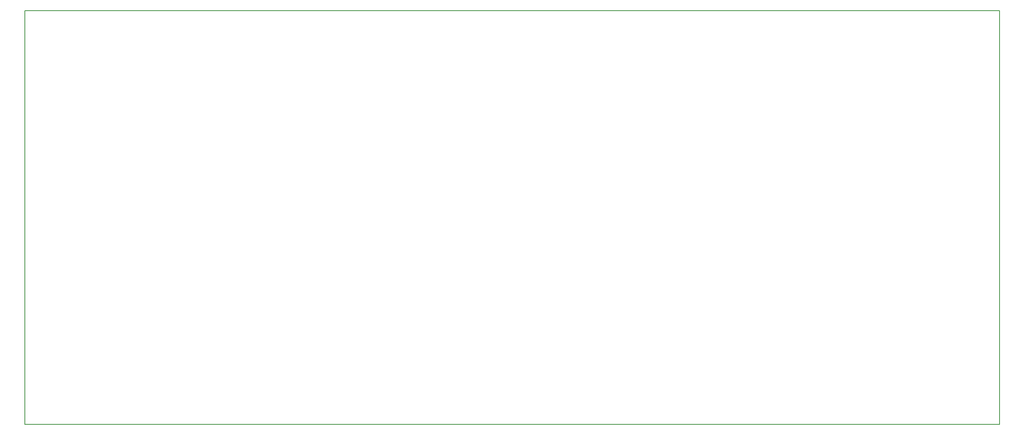
<source format=gbr>
G04 #@! TF.FileFunction,Profile,NP*
%FSLAX46Y46*%
G04 Gerber Fmt 4.6, Leading zero omitted, Abs format (unit mm)*
G04 Created by KiCad (PCBNEW 4.0.6) date Tuesday, July 11, 2017 'PMt' 04:53:45 PM*
%MOMM*%
%LPD*%
G01*
G04 APERTURE LIST*
%ADD10C,0.100000*%
%ADD11C,0.150000*%
G04 APERTURE END LIST*
D10*
D11*
X209296000Y0D02*
X209296000Y-88900000D01*
X0Y-88900000D02*
X209296000Y-88900000D01*
X0Y0D02*
X0Y-88900000D01*
X0Y0D02*
X209296000Y0D01*
M02*

</source>
